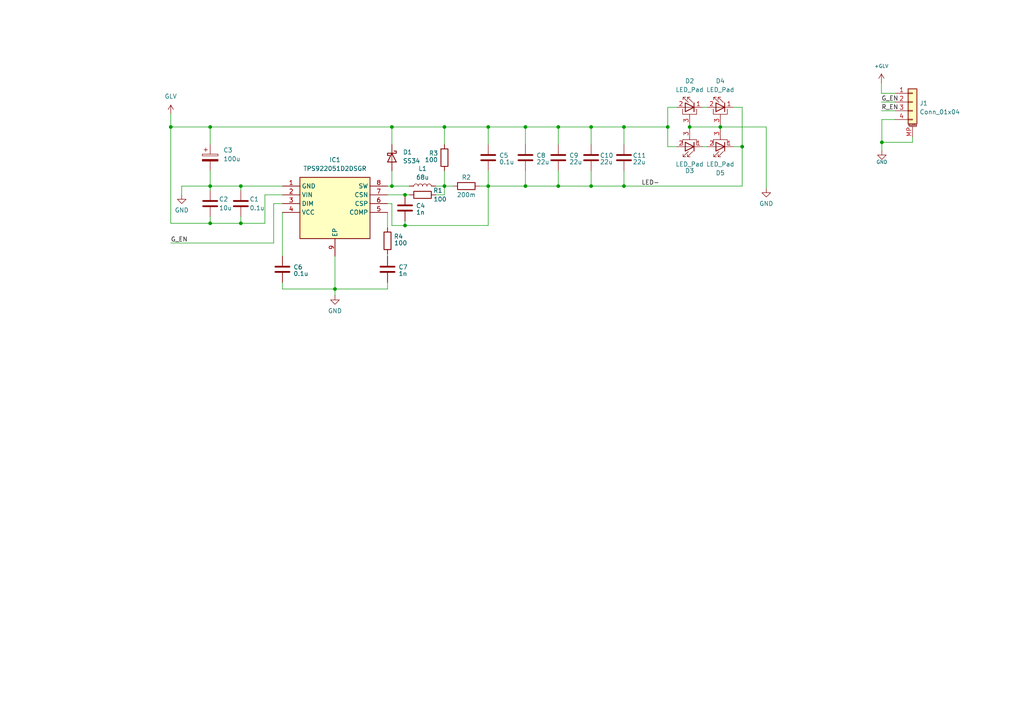
<source format=kicad_sch>
(kicad_sch (version 20250114) (generator "eeschema") (generator_version "9.0")
  (paper "A4")
  (lib_symbols
    (symbol "Connector_Generic_MountingPin:Conn_01x04_MountingPin" (pin_names (offset 1.016) (hide yes))
      (property "Reference" "J" (at 0 5.08 0))
      (property "Value" "Conn_01x04_MountingPin" (at 1.27 -7.62 0))
      (symbol "Conn_01x04_MountingPin_1_1"
        (rectangle (start -1.27 3.81) (end 1.27 -6.35) (stroke (width 0.254)) (fill (type background)))
        (rectangle (start -1.27 2.667) (end 0 2.413) (stroke (width 0.1524)))
        (rectangle (start -1.27 0.127) (end 0 -0.127) (stroke (width 0.1524)))
        (rectangle (start -1.27 -2.413) (end 0 -2.667) (stroke (width 0.1524)))
        (rectangle (start -1.27 -4.953) (end 0 -5.207) (stroke (width 0.1524)))
        (polyline (pts (xy -1.016 -7.112) (xy 1.016 -7.112)) (stroke (width 0.1524)))
        (text "Mounting" (at 0 -6.731 0) (effects (font (size 0.381 0.381))))
        (pin passive line (at -5.08 2.54 0) (length 3.81) (name "Pin_1") (number "1"))
        (pin passive line (at -5.08 0 0) (length 3.81) (name "Pin_2") (number "2"))
        (pin passive line (at -5.08 -2.54 0) (length 3.81) (name "Pin_3") (number "3"))
        (pin passive line (at -5.08 -5.08 0) (length 3.81) (name "Pin_4") (number "4"))
        (pin passive line (at 0 -10.16 90) (length 3.048) (name "MountPin") (number "MP"))
      )
    )
    (symbol "Device:C" (pin_numbers (hide yes)) (pin_names (offset 0.254))
      (property "Reference" "C" (at 0.635 2.54 0))
      (property "Value" "C" (at 0.635 -2.54 0))
      (symbol "C_0_1"
        (polyline (pts (xy -2.032 0.762) (xy 2.032 0.762)) (stroke (width 0.508)))
        (polyline (pts (xy -2.032 -0.762) (xy 2.032 -0.762)) (stroke (width 0.508)))
      )
      (symbol "C_1_1"
        (pin passive line (at 0 3.81 270) (length 2.794) (name "~") (number "1"))
        (pin passive line (at 0 -3.81 90) (length 2.794) (name "~") (number "2"))
      )
    )
    (symbol "Device:C_Polarized" (pin_numbers (hide yes)) (pin_names (offset 0.254))
      (property "Reference" "C" (at 0.635 2.54 0))
      (property "Value" "C_Polarized" (at 0.635 -2.54 0))
      (symbol "C_Polarized_0_1"
        (rectangle (start -2.286 0.508) (end 2.286 1.016))
        (polyline (pts (xy -1.778 2.286) (xy -0.762 2.286)))
        (polyline (pts (xy -1.27 2.794) (xy -1.27 1.778)))
        (rectangle (start 2.286 -0.508) (end -2.286 -1.016) (fill (type outline)))
      )
      (symbol "C_Polarized_1_1"
        (pin passive line (at 0 3.81 270) (length 2.794) (name "~") (number "1"))
        (pin passive line (at 0 -3.81 90) (length 2.794) (name "~") (number "2"))
      )
    )
    (symbol "Device:L" (pin_numbers (hide yes)) (pin_names (offset 1.016) (hide yes))
      (property "Reference" "L" (at -1.27 0 90))
      (property "Value" "L" (at 1.905 0 90))
      (symbol "L_0_1"
        (arc (start 0 2.54) (mid 0.6323 1.905) (end 0 1.27))
        (arc (start 0 1.27) (mid 0.6323 0.635) (end 0 0))
        (arc (start 0 0) (mid 0.6323 -0.635) (end 0 -1.27))
        (arc (start 0 -1.27) (mid 0.6323 -1.905) (end 0 -2.54))
      )
      (symbol "L_1_1"
        (pin passive line (at 0 3.81 270) (length 1.27) (name "1") (number "1"))
        (pin passive line (at 0 -3.81 90) (length 1.27) (name "2") (number "2"))
      )
    )
    (symbol "Device:LED_Pad" (pin_names (offset 1.016) (hide yes))
      (property "Reference" "D" (at 0 5.715 0))
      (property "Value" "LED_Pad" (at 0 3.81 0))
      (symbol "LED_Pad_0_1"
        (polyline (pts (xy -2.032 -0.508) (xy -2.032 -2.032) (xy 2.032 -2.032) (xy 2.032 -0.508)))
        (polyline (pts (xy -1.27 0) (xy 1.27 0)))
        (polyline (pts (xy -1.27 -1.27) (xy -1.27 1.27)) (stroke (width 0.254)))
        (polyline (pts (xy -0.889 1.397) (xy 0.635 2.921) (xy -0.127 2.921) (xy 0.635 2.921) (xy 0.635 2.159)))
        (polyline (pts (xy 0 -2.54) (xy 0 -2.032)))
        (polyline (pts (xy 0.381 1.397) (xy 1.905 2.921) (xy 1.143 2.921) (xy 1.905 2.921) (xy 1.905 2.159)))
        (polyline (pts (xy 1.27 -1.27) (xy 1.27 1.27) (xy -1.27 0) (xy 1.27 -1.27)) (stroke (width 0.254)))
      )
      (symbol "LED_Pad_1_1"
        (pin passive line (at -3.81 0 0) (length 2.54) (name "K") (number "1"))
        (pin passive line (at 0 -5.08 90) (length 2.54) (name "PAD") (number "3"))
        (pin passive line (at 3.81 0 180) (length 2.54) (name "A") (number "2"))
      )
    )
    (symbol "Device:R" (pin_numbers (hide yes)) (pin_names (offset 0))
      (property "Reference" "R" (at 2.032 0 90))
      (property "Value" "R" (at 0 0 90))
      (symbol "R_0_1"
        (rectangle (start -1.016 -2.54) (end 1.016 2.54) (stroke (width 0.254)))
      )
      (symbol "R_1_1"
        (pin passive line (at 0 3.81 270) (length 1.27) (name "~") (number "1"))
        (pin passive line (at 0 -3.81 90) (length 1.27) (name "~") (number "2"))
      )
    )
    (symbol "Diode:SS34" (pin_numbers (hide yes)) (pin_names (offset 1.016) (hide yes))
      (property "Reference" "D" (at 0 2.54 0))
      (property "Value" "SS34" (at 0 -2.54 0))
      (symbol "SS34_0_1"
        (polyline (pts (xy -1.905 0.635) (xy -1.905 1.27) (xy -1.27 1.27) (xy -1.27 -1.27) (xy -0.635 -1.27) (xy -0.635 -0.635)) (stroke (width 0.254)))
        (polyline (pts (xy 1.27 1.27) (xy 1.27 -1.27) (xy -1.27 0) (xy 1.27 1.27)) (stroke (width 0.254)))
        (polyline (pts (xy 1.27 0) (xy -1.27 0)))
      )
      (symbol "SS34_1_1"
        (pin passive line (at -3.81 0 0) (length 2.54) (name "K") (number "1"))
        (pin passive line (at 3.81 0 180) (length 2.54) (name "A") (number "2"))
      )
    )
    (symbol "power:+12V" (power) (pin_numbers (hide yes)) (pin_names (offset 0) (hide yes))
      (property "Value" "+12V" (at 0 3.556 0))
      (symbol "+12V_0_1"
        (polyline (pts (xy -0.762 1.27) (xy 0 2.54)))
        (polyline (pts (xy 0 2.54) (xy 0.762 1.27)))
        (polyline (pts (xy 0 0) (xy 0 2.54)))
      )
      (symbol "+12V_1_1"
        (pin power_in line (at 0 0 90) (length 0) (name "~") (number "1"))
      )
    )
    (symbol "power:GND" (power) (pin_numbers (hide yes)) (pin_names (offset 0) (hide yes))
      (property "Value" "GND" (at 0 -3.81 0))
      (symbol "GND_0_1"
        (polyline (pts (xy 0 0) (xy 0 -1.27) (xy 1.27 -1.27) (xy 0 -2.54) (xy -1.27 -1.27) (xy 0 -1.27)))
      )
      (symbol "GND_1_1"
        (pin power_in line (at 0 0 270) (length 0) (name "~") (number "1"))
      )
    )
    (symbol "sufst:TPS922051D2DSGR"
      (property "Reference" "IC" (at 26.67 7.62 0))
      (property "Value" "TPS922051D2DSGR" (at 26.67 5.08 0))
      (symbol "TPS922051D2DSGR_1_1"
        (rectangle (start 5.08 2.54) (end 25.4 -15.24) (stroke (width 0.254)) (fill (type background)))
        (pin passive line (at 0 0 0) (length 5.08) (name "GND") (number "1"))
        (pin passive line (at 0 -2.54 0) (length 5.08) (name "VIN") (number "2"))
        (pin passive line (at 0 -5.08 0) (length 5.08) (name "DIM") (number "3"))
        (pin passive line (at 0 -7.62 0) (length 5.08) (name "VCC") (number "4"))
        (pin passive line (at 15.24 -20.32 90) (length 5.08) (name "EP") (number "9"))
        (pin passive line (at 30.48 0 180) (length 5.08) (name "SW") (number "8"))
        (pin passive line (at 30.48 -2.54 180) (length 5.08) (name "CSN") (number "7"))
        (pin passive line (at 30.48 -5.08 180) (length 5.08) (name "CSP") (number "6"))
        (pin passive line (at 30.48 -7.62 180) (length 5.08) (name "COMP") (number "5"))
      )
    )
  )
  (junction (at 113.665 53.975))
  (junction (at 60.96 36.83))
  (junction (at 161.925 36.83))
  (junction (at 171.45 53.975))
  (junction (at 128.905 53.975))
  (junction (at 60.96 53.975))
  (junction (at 193.675 36.83))
  (junction (at 171.45 36.83))
  (junction (at 208.915 36.83))
  (junction (at 180.975 36.83))
  (junction (at 49.53 36.83))
  (junction (at 141.605 36.83))
  (junction (at 141.605 53.975))
  (junction (at 215.265 42.545))
  (junction (at 113.665 36.83))
  (junction (at 180.975 53.975))
  (junction (at 117.475 65.405))
  (junction (at 60.96 64.77))
  (junction (at 161.925 53.975))
  (junction (at 152.4 36.83))
  (junction (at 69.85 64.77))
  (junction (at 117.475 56.515))
  (junction (at 152.4 53.975))
  (junction (at 97.155 83.82))
  (junction (at 200.025 36.83))
  (junction (at 255.778 41.275))
  (junction (at 69.85 53.975))
  (junction (at 128.905 36.83))
  (wire (pts (xy 141.605 36.83) (xy 128.905 36.83)))
  (wire (pts (xy 128.905 41.91) (xy 128.905 36.83)))
  (wire (pts (xy 112.395 56.515) (xy 117.475 56.515)))
  (wire (pts (xy 171.45 49.53) (xy 171.45 53.975)))
  (wire (pts (xy 152.4 41.91) (xy 152.4 36.83)))
  (wire (pts (xy 81.915 59.055) (xy 79.375 59.055)))
  (wire (pts (xy 69.85 53.975) (xy 60.96 53.975)))
  (wire (pts (xy 113.665 59.055) (xy 112.395 59.055)))
  (wire (pts (xy 117.475 64.135) (xy 117.475 65.405)))
  (wire (pts (xy 200.025 36.83) (xy 200.025 37.465)))
  (wire (pts (xy 215.265 42.545) (xy 215.265 53.975)))
  (wire (pts (xy 196.215 42.545) (xy 193.675 42.545)))
  (wire (pts (xy 255.651 29.591) (xy 259.588 29.591)))
  (wire (pts (xy 60.96 36.83) (xy 60.96 41.91)))
  (wire (pts (xy 255.651 27.051) (xy 259.588 27.051)))
  (wire (pts (xy 208.915 36.83) (xy 222.25 36.83)))
  (wire (pts (xy 112.395 81.915) (xy 112.395 83.82)))
  (wire (pts (xy 205.105 31.115) (xy 203.835 31.115)))
  (wire (pts (xy 113.665 65.405) (xy 113.665 59.055)))
  (wire (pts (xy 215.265 31.115) (xy 215.265 42.545)))
  (wire (pts (xy 60.96 49.53) (xy 60.96 53.975)))
  (wire (pts (xy 208.915 36.195) (xy 208.915 36.83)))
  (wire (pts (xy 97.155 83.82) (xy 97.155 85.725)))
  (wire (pts (xy 60.96 36.83) (xy 113.665 36.83)))
  (wire (pts (xy 76.835 64.77) (xy 69.85 64.77)))
  (wire (pts (xy 52.705 53.975) (xy 52.705 56.515)))
  (wire (pts (xy 255.778 34.671) (xy 259.588 34.671)))
  (wire (pts (xy 112.395 53.975) (xy 113.665 53.975)))
  (wire (pts (xy 60.96 53.975) (xy 52.705 53.975)))
  (wire (pts (xy 161.925 53.975) (xy 152.4 53.975)))
  (wire (pts (xy 255.778 43.688) (xy 255.778 41.275)))
  (wire (pts (xy 141.605 41.91) (xy 141.605 36.83)))
  (wire (pts (xy 126.365 56.515) (xy 128.905 56.515)))
  (wire (pts (xy 117.475 65.405) (xy 113.665 65.405)))
  (wire (pts (xy 200.025 36.195) (xy 200.025 36.83)))
  (wire (pts (xy 180.975 53.975) (xy 215.265 53.975)))
  (wire (pts (xy 152.4 53.975) (xy 141.605 53.975)))
  (wire (pts (xy 128.905 53.975) (xy 126.365 53.975)))
  (wire (pts (xy 69.85 62.865) (xy 69.85 64.77)))
  (wire (pts (xy 69.85 64.77) (xy 60.96 64.77)))
  (wire (pts (xy 180.975 36.83) (xy 171.45 36.83)))
  (wire (pts (xy 161.925 36.83) (xy 152.4 36.83)))
  (wire (pts (xy 113.665 36.83) (xy 128.905 36.83)))
  (wire (pts (xy 128.905 56.515) (xy 128.905 53.975)))
  (wire (pts (xy 255.778 41.275) (xy 255.778 34.671)))
  (wire (pts (xy 60.96 62.865) (xy 60.96 64.77)))
  (wire (pts (xy 222.25 36.83) (xy 222.25 54.61)))
  (wire (pts (xy 196.215 31.115) (xy 193.675 31.115)))
  (wire (pts (xy 200.025 36.83) (xy 208.915 36.83)))
  (wire (pts (xy 141.605 49.53) (xy 141.605 53.975)))
  (wire (pts (xy 180.975 49.53) (xy 180.975 53.975)))
  (wire (pts (xy 49.53 36.83) (xy 49.53 64.77)))
  (wire (pts (xy 60.96 64.77) (xy 49.53 64.77)))
  (wire (pts (xy 255.651 24.003) (xy 255.651 27.051)))
  (wire (pts (xy 131.445 53.975) (xy 128.905 53.975)))
  (wire (pts (xy 161.925 49.53) (xy 161.925 53.975)))
  (wire (pts (xy 117.475 56.515) (xy 118.745 56.515)))
  (wire (pts (xy 141.605 65.405) (xy 117.475 65.405)))
  (wire (pts (xy 69.85 53.975) (xy 69.85 55.245)))
  (wire (pts (xy 161.925 41.91) (xy 161.925 36.83)))
  (wire (pts (xy 81.915 53.975) (xy 69.85 53.975)))
  (wire (pts (xy 203.835 42.545) (xy 205.105 42.545)))
  (wire (pts (xy 264.668 39.751) (xy 264.668 41.275)))
  (wire (pts (xy 76.835 64.77) (xy 76.835 56.515)))
  (wire (pts (xy 112.395 61.595) (xy 112.395 66.04)))
  (wire (pts (xy 79.375 59.055) (xy 79.375 70.485)))
  (wire (pts (xy 112.395 83.82) (xy 97.155 83.82)))
  (wire (pts (xy 152.4 49.53) (xy 152.4 53.975)))
  (wire (pts (xy 171.45 41.91) (xy 171.45 36.83)))
  (wire (pts (xy 81.915 81.915) (xy 81.915 83.82)))
  (wire (pts (xy 212.725 31.115) (xy 215.265 31.115)))
  (wire (pts (xy 193.675 42.545) (xy 193.675 36.83)))
  (wire (pts (xy 49.53 36.83) (xy 60.96 36.83)))
  (wire (pts (xy 128.905 49.53) (xy 128.905 53.975)))
  (wire (pts (xy 60.96 53.975) (xy 60.96 55.245)))
  (wire (pts (xy 180.975 36.83) (xy 180.975 41.91)))
  (wire (pts (xy 141.605 36.83) (xy 152.4 36.83)))
  (wire (pts (xy 113.665 53.975) (xy 118.745 53.975)))
  (wire (pts (xy 113.665 36.83) (xy 113.665 41.91)))
  (wire (pts (xy 255.651 32.131) (xy 259.588 32.131)))
  (wire (pts (xy 171.45 53.975) (xy 161.925 53.975)))
  (wire (pts (xy 180.975 53.975) (xy 171.45 53.975)))
  (wire (pts (xy 141.605 53.975) (xy 141.605 65.405)))
  (wire (pts (xy 49.53 33.02) (xy 49.53 36.83)))
  (wire (pts (xy 97.155 74.295) (xy 97.155 83.82)))
  (wire (pts (xy 193.675 31.115) (xy 193.675 36.83)))
  (wire (pts (xy 141.605 53.975) (xy 139.065 53.975)))
  (wire (pts (xy 81.915 83.82) (xy 97.155 83.82)))
  (wire (pts (xy 49.53 70.485) (xy 79.375 70.485)))
  (wire (pts (xy 76.835 56.515) (xy 81.915 56.515)))
  (wire (pts (xy 208.915 36.83) (xy 208.915 37.465)))
  (wire (pts (xy 264.668 41.275) (xy 255.778 41.275)))
  (wire (pts (xy 112.395 73.66) (xy 112.395 74.295)))
  (wire (pts (xy 81.915 61.595) (xy 81.915 74.295)))
  (wire (pts (xy 215.265 42.545) (xy 212.725 42.545)))
  (wire (pts (xy 171.45 36.83) (xy 161.925 36.83)))
  (wire (pts (xy 113.665 49.53) (xy 113.665 53.975)))
  (wire (pts (xy 180.975 36.83) (xy 193.675 36.83)))
  (label "G_EN" (at 255.651 29.591 0))
  (label "G_EN" (at 49.53 70.485 0))
  (label "LED-" (at 186.055 53.975 0))
  (label "R_EN" (at 255.651 32.131 0))
  (symbol (lib_id "Device:C") (at 171.45 45.72 0) (unit 1)
    (property "Reference" "C10" (at 173.99 45.085 0) (effects (justify left)))
    (property "Value" "22u" (at 173.99 46.99 0) (effects (justify left)))
    (property "Footprint" "Capacitor_SMD:C_0805_2012Metric" (effects (hide yes)))
    (property "Description" "Unpolarized capacitor" (effects (hide yes)))
  )
  (symbol (lib_id "power:GND") (at 222.25 54.61 0) (unit 1)
    (property "Reference" "#PWR04" (effects (hide yes)))
    (property "Value" "GND" (at 222.25 59.055 0))
    (property "Description" "Power symbol creates a global label with name \"GND\" , ground" (effects (hide yes)))
  )
  (symbol (lib_id "Connector_Generic_MountingPin:Conn_01x04_MountingPin") (at 264.668 29.591 0) (unit 1)
    (property "Reference" "J1" (at 266.7 29.9465 0) (effects (justify left)))
    (property "Value" "Conn_01x04" (at 266.7 32.4865 0) (effects (justify left)))
    (property "Footprint" "Connector_Molex:Molex_Micro-Fit_3.0_43650-0410_1x04-1MP_P3.00mm_Horizontal" (effects (hide yes)))
    (property "Description" "Generic connectable mounting pin connector, single row, 01x04, script generated (kicad-library-utils/schlib/autogen/connector/)" (effects (hide yes)))
  )
  (symbol (lib_id "Device:C") (at 180.975 45.72 0) (unit 1)
    (property "Reference" "C11" (at 183.515 45.085 0) (effects (justify left)))
    (property "Value" "22u" (at 183.515 46.99 0) (effects (justify left)))
    (property "Footprint" "Capacitor_SMD:C_0805_2012Metric" (effects (hide yes)))
    (property "Description" "Unpolarized capacitor" (effects (hide yes)))
  )
  (symbol (lib_id "Device:L") (at 122.555 53.975 90) (unit 1)
    (property "Reference" "L1" (at 122.555 48.895 90))
    (property "Value" "68u" (at 122.555 51.435 90))
    (property "Footprint" "Inductor_SMD:L_Coilcraft_XAL7030-562" (effects (hide yes)))
    (property "Description" "Inductor" (effects (hide yes)))
  )
  (symbol (lib_id "Device:C") (at 60.96 59.055 0) (unit 1)
    (property "Reference" "C2" (at 63.5 57.785 0) (effects (justify left)))
    (property "Value" "10u" (at 63.5 60.325 0) (effects (justify left)))
    (property "Footprint" "Capacitor_SMD:C_0603_1608Metric" (effects (hide yes)))
    (property "Description" "Unpolarized capacitor" (effects (hide yes)))
  )
  (symbol (lib_id "Device:C") (at 161.925 45.72 0) (unit 1)
    (property "Reference" "C9" (at 165.1 45.085 0) (effects (justify left)))
    (property "Value" "22u" (at 165.1 46.99 0) (effects (justify left)))
    (property "Footprint" "Capacitor_SMD:C_0805_2012Metric" (effects (hide yes)))
    (property "Description" "Unpolarized capacitor" (effects (hide yes)))
  )
  (symbol (lib_id "Device:C") (at 141.605 45.72 0) (unit 1)
    (property "Reference" "C5" (at 144.78 45.085 0) (effects (justify left)))
    (property "Value" "0.1u" (at 144.78 46.99 0) (effects (justify left)))
    (property "Footprint" "Capacitor_SMD:C_0603_1608Metric" (effects (hide yes)))
    (property "Description" "Unpolarized capacitor" (effects (hide yes)))
  )
  (symbol (lib_id "Device:LED_Pad") (at 200.025 31.115 0) (mirror y) (unit 1)
    (property "Reference" "D2" (at 200.025 23.495 0))
    (property "Value" "LED_Pad" (at 200.025 26.035 0))
    (property "Footprint" "LED_SMD:LED_Cree-XP" (effects (hide yes)))
    (property "Description" "Light emitting diode with pad" (effects (hide yes)))
  )
  (symbol (lib_id "Device:R") (at 135.255 53.975 90) (unit 1)
    (property "Reference" "R2" (at 135.255 51.435 90))
    (property "Value" "200m" (at 135.255 56.515 90))
    (property "Footprint" "Resistor_SMD:R_1206_3216Metric" (effects (hide yes)))
    (property "Description" "Resistor" (effects (hide yes)))
  )
  (symbol (lib_id "Device:C") (at 112.395 78.105 0) (unit 1)
    (property "Reference" "C7" (at 115.57 77.47 0) (effects (justify left)))
    (property "Value" "1n" (at 115.57 79.375 0) (effects (justify left)))
    (property "Footprint" "Capacitor_SMD:C_0603_1608Metric" (effects (hide yes)))
    (property "Description" "Unpolarized capacitor" (effects (hide yes)))
  )
  (symbol (lib_id "power:+12V") (at 49.53 33.02 0) (unit 1)
    (property "Reference" "#PWR01" (effects (hide yes)))
    (property "Value" "GLV" (at 49.53 27.94 0))
    (property "Description" "Power symbol creates a global label with name \"+12V\"" (effects (hide yes)))
  )
  (symbol (lib_id "power:GND") (at 52.705 56.515 0) (unit 1)
    (property "Reference" "#PWR02" (effects (hide yes)))
    (property "Value" "GND" (at 52.705 60.96 0))
    (property "Description" "Power symbol creates a global label with name \"GND\" , ground" (effects (hide yes)))
  )
  (symbol (lib_id "Device:LED_Pad") (at 200.025 42.545 180) (unit 1)
    (property "Reference" "D3" (at 200.025 49.53 0))
    (property "Value" "LED_Pad" (at 200.025 47.625 0))
    (property "Footprint" "LED_SMD:LED_Cree-XP" (effects (hide yes)))
    (property "Description" "Light emitting diode with pad" (effects (hide yes)))
  )
  (symbol (lib_id "Device:C") (at 117.475 60.325 0) (unit 1)
    (property "Reference" "C4" (at 120.65 59.69 0) (effects (justify left)))
    (property "Value" "1n" (at 120.65 61.595 0) (effects (justify left)))
    (property "Footprint" "Capacitor_SMD:C_0603_1608Metric" (effects (hide yes)))
    (property "Description" "Unpolarized capacitor" (effects (hide yes)))
  )
  (symbol (lib_id "Device:C") (at 152.4 45.72 0) (unit 1)
    (property "Reference" "C8" (at 155.575 45.085 0) (effects (justify left)))
    (property "Value" "22u" (at 155.575 46.99 0) (effects (justify left)))
    (property "Footprint" "Capacitor_SMD:C_0805_2012Metric" (effects (hide yes)))
    (property "Description" "Unpolarized capacitor" (effects (hide yes)))
  )
  (symbol (lib_id "Device:R") (at 128.905 45.72 0) (mirror x) (unit 1)
    (property "Reference" "R3" (at 125.73 44.45 0))
    (property "Value" "100" (at 125.095 46.355 0))
    (property "Footprint" "Resistor_SMD:R_0603_1608Metric" (effects (hide yes)))
    (property "Description" "Resistor" (effects (hide yes)))
  )
  (symbol (lib_id "Device:R") (at 122.555 56.515 90) (unit 1)
    (property "Reference" "R1" (at 127 55.245 90))
    (property "Value" "100" (at 127.635 57.785 90))
    (property "Footprint" "Resistor_SMD:R_0603_1608Metric" (effects (hide yes)))
    (property "Description" "Resistor" (effects (hide yes)))
  )
  (symbol (lib_id "sufst:TPS922051D2DSGR") (at 81.915 53.975 0) (unit 1)
    (property "Reference" "IC1" (at 97.155 46.355 0))
    (property "Value" "TPS922051D2DSGR" (at 97.155 48.895 0))
    (property "Footprint" "Package_SON:Texas_DSG0008A_WSON-8-1EP_2x2mm_P0.5mm_EP0.9x1.6mm" (effects (hide yes)))
    (property "Datasheet" "https://www.ti.com/lit/ds/symlink/tps922051.pdf" (effects (hide yes)))
    (property "Description" "LED Lighting Driver ICs 65V, 2A buck LED driver with analog or PWM dimming options" (effects (hide yes)))
    (property "Height" "0.8" (effects (hide yes)))
    (property "Manufacturer_Name" "Texas Instruments" (effects (hide yes)))
    (property "Manufacturer_Part_Number" "TPS922051D2DSGR" (effects (hide yes)))
  )
  (symbol (lib_id "Device:R") (at 112.395 69.85 180) (unit 1)
    (property "Reference" "R4" (at 115.57 68.58 0))
    (property "Value" "100" (at 116.205 70.485 0))
    (property "Footprint" "Resistor_SMD:R_0603_1608Metric" (effects (hide yes)))
    (property "Description" "Resistor" (effects (hide yes)))
  )
  (symbol (lib_id "Device:C") (at 81.915 78.105 0) (unit 1)
    (property "Reference" "C6" (at 85.09 77.47 0) (effects (justify left)))
    (property "Value" "0.1u" (at 85.09 79.375 0) (effects (justify left)))
    (property "Footprint" "Capacitor_SMD:C_0603_1608Metric" (effects (hide yes)))
    (property "Description" "Unpolarized capacitor" (effects (hide yes)))
  )
  (symbol (lib_id "Device:C") (at 69.85 59.055 0) (unit 1)
    (property "Reference" "C1" (at 72.39 57.785 0) (effects (justify left)))
    (property "Value" "0.1u" (at 72.39 60.325 0) (effects (justify left)))
    (property "Footprint" "Capacitor_SMD:C_0603_1608Metric" (effects (hide yes)))
    (property "Description" "Unpolarized capacitor" (effects (hide yes)))
  )
  (symbol (lib_id "power:GND") (at 255.778 43.688 0) (mirror y) (unit 1)
    (property "Reference" "#PWR026" (effects (hide yes)))
    (property "Value" "GND" (at 255.778 46.99 0) (effects (font (size 1.016 1.016))))
    (property "Description" "Power symbol creates a global label with name \"GND\" , ground" (effects (hide yes)))
  )
  (symbol (lib_id "Diode:SS34") (at 113.665 45.72 270) (unit 1)
    (property "Reference" "D1" (at 116.84 44.1324 90) (effects (justify left)))
    (property "Value" "SS34" (at 116.84 46.6724 90) (effects (justify left)))
    (property "Footprint" "Diode_SMD:D_SMA" (effects (hide yes)))
    (property "Datasheet" "https://www.vishay.com/docs/88751/ss32.pdf" (effects (hide yes)))
    (property "Description" "40V 3A Schottky Diode, SMA" (effects (hide yes)))
  )
  (symbol (lib_id "Device:LED_Pad") (at 208.915 31.115 0) (mirror y) (unit 1)
    (property "Reference" "D4" (at 208.915 23.495 0))
    (property "Value" "LED_Pad" (at 208.915 26.035 0))
    (property "Footprint" "LED_SMD:LED_Cree-XP" (effects (hide yes)))
    (property "Description" "Light emitting diode with pad" (effects (hide yes)))
  )
  (symbol (lib_id "Device:LED_Pad") (at 208.915 42.545 180) (unit 1)
    (property "Reference" "D5" (at 208.915 50.165 0))
    (property "Value" "LED_Pad" (at 208.915 47.625 0))
    (property "Footprint" "LED_SMD:LED_Cree-XP" (effects (hide yes)))
    (property "Description" "Light emitting diode with pad" (effects (hide yes)))
  )
  (symbol (lib_id "power:GND") (at 97.155 85.725 0) (unit 1)
    (property "Reference" "#PWR03" (effects (hide yes)))
    (property "Value" "GND" (at 97.155 90.17 0))
    (property "Description" "Power symbol creates a global label with name \"GND\" , ground" (effects (hide yes)))
  )
  (symbol (lib_id "Device:C_Polarized") (at 60.96 45.72 0) (unit 1)
    (property "Reference" "C3" (at 64.77 43.5609 0) (effects (justify left)))
    (property "Value" "100u" (at 64.77 46.1009 0) (effects (justify left)))
    (property "Footprint" "Capacitor_SMD:C_0603_1608Metric" (effects (hide yes)))
    (property "Description" "Polarized capacitor" (effects (hide yes)))
  )
  (symbol (lib_id "power:+12V") (at 255.651 24.003 0) (mirror y) (unit 1)
    (property "Reference" "#PWR025" (effects (hide yes)))
    (property "Value" "+GLV" (at 255.651 19.177 0) (effects (font (size 1.016 1.016))))
    (property "Description" "Power symbol creates a global label with name \"+12V\"" (effects (hide yes)))
  )
)
</source>
